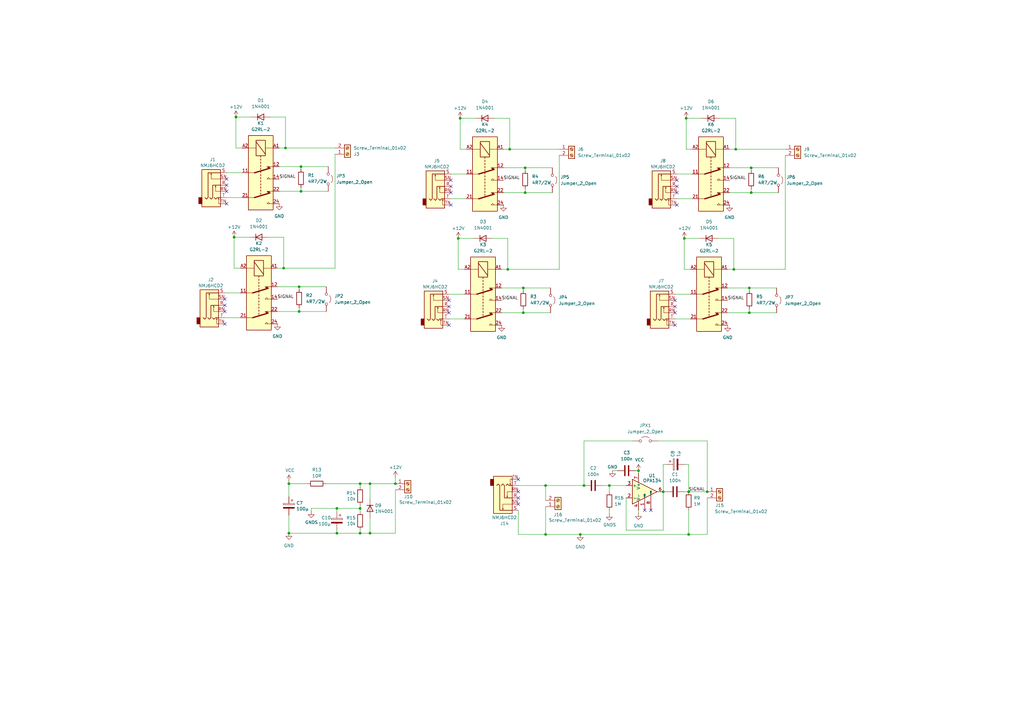
<source format=kicad_sch>
(kicad_sch (version 20250114) (generator "eeschema") (generator_version "9.0")
  (paper "A3")
  (title_block (title "Amp Switcher - 6-way Relay Array") (date "2025-03-12") (rev "1.0") (comment 3 "SPDX-FileCopyrightText: 2025 Arnaud Ferraris <aferraris@debian.org>") (comment 4 "SPDX-License-Identifier: CERN-OHL-S-2.0+"))
  (lib_symbols
    (symbol "Amplifier_Operational:OPA134" (pin_names (offset 0.127))
      (property "Reference" "U" (at 1.27 6.35 0))
      (property "Value" "OPA134" (at 1.27 3.81 0))
      (symbol "OPA134_0_1"
        (polyline (pts (xy -5.08 5.08) (xy 5.08 0) (xy -5.08 -5.08) (xy -5.08 5.08)) (stroke (width 0.254)) (fill (type background)))
      )
      (symbol "OPA134_1_1"
        (pin input line (at -7.62 2.54 0) (length 2.54) (name "+") (number "3"))
        (pin input line (at -7.62 -2.54 0) (length 2.54) (name "-") (number "2"))
        (pin power_in line (at -2.54 7.62 270) (length 3.81) (name "V+") (number "7"))
        (pin power_in line (at -2.54 -7.62 90) (length 3.81) (name "V-") (number "4"))
        (pin no_connect line (at 0 2.54 270) (length 2.54) (hide yes) (name "NC") (number "5"))
        (pin input line (at 0 -7.62 90) (length 5.08) (name "VOS") (number "1"))
        (pin input line (at 2.54 -7.62 90) (length 6.35) (name "VOS") (number "8"))
        (pin output line (at 7.62 0 180) (length 2.54) (name "~") (number "6"))
      )
    )
    (symbol "Connector:Screw_Terminal_01x02" (pin_names (offset 1.016) (hide yes))
      (property "Reference" "J" (at 0 2.54 0))
      (property "Value" "Screw_Terminal_01x02" (at 0 -5.08 0))
      (symbol "Screw_Terminal_01x02_1_1"
        (rectangle (start -1.27 1.27) (end 1.27 -3.81) (stroke (width 0.254)) (fill (type background)))
        (polyline (pts (xy -0.5334 0.3302) (xy 0.3302 -0.508)) (stroke (width 0.1524)))
        (polyline (pts (xy -0.5334 -2.2098) (xy 0.3302 -3.048)) (stroke (width 0.1524)))
        (polyline (pts (xy -0.3556 0.508) (xy 0.508 -0.3302)) (stroke (width 0.1524)))
        (polyline (pts (xy -0.3556 -2.032) (xy 0.508 -2.8702)) (stroke (width 0.1524)))
        (circle (center 0 0) (radius 0.635) (stroke (width 0.1524)))
        (circle (center 0 -2.54) (radius 0.635) (stroke (width 0.1524)))
        (pin passive line (at -5.08 0 0) (length 3.81) (name "Pin_1") (number "1"))
        (pin passive line (at -5.08 -2.54 0) (length 3.81) (name "Pin_2") (number "2"))
      )
    )
    (symbol "Connector_Audio:NMJ6HCD2"
      (property "Reference" "J" (at 0 11.43 0))
      (property "Value" "NMJ6HCD2" (at 0 8.89 0))
      (symbol "NMJ6HCD2_0_1"
        (rectangle (start -5.08 -5.08) (end -6.35 -7.62) (stroke (width 0.254)) (fill (type outline)))
        (polyline (pts (xy -1.905 -5.08) (xy -1.27 -5.715) (xy -0.635 -5.08) (xy -0.635 0) (xy 2.54 0)) (stroke (width 0.254)))
        (polyline (pts (xy -1.27 4.826) (xy -1.016 4.318)))
        (polyline (pts (xy 0 -5.08) (xy 0.635 -5.715) (xy 1.27 -5.08) (xy 2.54 -5.08)) (stroke (width 0.254)))
        (polyline (pts (xy 0.508 -0.254) (xy 0.762 -0.762)))
        (polyline (pts (xy 1.778 -5.334) (xy 2.032 -5.842)))
        (rectangle (start 2.54 6.35) (end -5.08 -8.89) (stroke (width 0.254)) (fill (type background)))
        (polyline (pts (xy 2.54 5.08) (xy -2.54 5.08) (xy -2.54 -5.08) (xy -3.175 -5.715) (xy -3.81 -5.08)) (stroke (width 0.254)))
        (polyline (pts (xy 2.54 2.54) (xy -1.27 2.54) (xy -1.27 4.826) (xy -1.524 4.318)))
        (polyline (pts (xy 2.54 -2.54) (xy 0.508 -2.54) (xy 0.508 -0.254) (xy 0.254 -0.762)))
        (polyline (pts (xy 2.54 -7.62) (xy 1.778 -7.62) (xy 1.778 -5.334) (xy 1.524 -5.842)))
      )
      (symbol "NMJ6HCD2_1_1"
        (pin passive line (at 5.08 5.08 180) (length 2.54) (name "~") (number "S"))
        (pin passive line (at 5.08 2.54 180) (length 2.54) (name "~") (number "SN"))
        (pin passive line (at 5.08 0 180) (length 2.54) (name "~") (number "R"))
        (pin passive line (at 5.08 -2.54 180) (length 2.54) (name "~") (number "RN"))
        (pin passive line (at 5.08 -5.08 180) (length 2.54) (name "~") (number "T"))
        (pin passive line (at 5.08 -7.62 180) (length 2.54) (name "~") (number "TN"))
      )
    )
    (symbol "Device:C" (pin_numbers (hide yes)) (pin_names (offset 0.254))
      (property "Reference" "C" (at 0.635 2.54 0))
      (property "Value" "C" (at 0.635 -2.54 0))
      (symbol "C_0_1"
        (polyline (pts (xy -2.032 0.762) (xy 2.032 0.762)) (stroke (width 0.508)))
        (polyline (pts (xy -2.032 -0.762) (xy 2.032 -0.762)) (stroke (width 0.508)))
      )
      (symbol "C_1_1"
        (pin passive line (at 0 3.81 270) (length 2.794) (name "~") (number "1"))
        (pin passive line (at 0 -3.81 90) (length 2.794) (name "~") (number "2"))
      )
    )
    (symbol "Device:CP" (pin_numbers (hide yes)) (pin_names (offset 0.254))
      (property "Reference" "C" (at 0.635 2.54 0))
      (property "Value" "Device_CP" (at 0.635 -2.54 0))
      (symbol "CP_0_1"
        (rectangle (start -2.286 0.508) (end -2.286 1.016))
        (rectangle (start -2.286 0.508) (end 2.286 0.508))
        (polyline (pts (xy -1.778 2.286) (xy -0.762 2.286)))
        (polyline (pts (xy -1.27 2.794) (xy -1.27 1.778)))
        (rectangle (start 2.286 1.016) (end -2.286 1.016))
        (rectangle (start 2.286 1.016) (end 2.286 0.508))
        (rectangle (start 2.286 -0.508) (end -2.286 -1.016) (fill (type outline)))
      )
      (symbol "CP_1_1"
        (pin passive line (at 0 3.81 270) (length 2.794) (name "~") (number "1"))
        (pin passive line (at 0 -3.81 90) (length 2.794) (name "~") (number "2"))
      )
    )
    (symbol "Device:D" (pin_numbers (hide yes)) (pin_names (offset 1.016) (hide yes))
      (property "Reference" "D" (at 0 2.54 0))
      (property "Value" "D" (at 0 -2.54 0))
      (symbol "D_0_1"
        (polyline (pts (xy -1.27 1.27) (xy -1.27 -1.27)) (stroke (width 0.254)))
        (polyline (pts (xy 1.27 1.27) (xy 1.27 -1.27) (xy -1.27 0) (xy 1.27 1.27)) (stroke (width 0.254)))
        (polyline (pts (xy 1.27 0) (xy -1.27 0)))
      )
      (symbol "D_1_1"
        (pin passive line (at -3.81 0 0) (length 2.54) (name "K") (number "1"))
        (pin passive line (at 3.81 0 180) (length 2.54) (name "A") (number "2"))
      )
    )
    (symbol "Device:R" (pin_numbers (hide yes)) (pin_names (offset 0))
      (property "Reference" "R" (at 2.032 0 90))
      (property "Value" "R" (at 0 0 90))
      (symbol "R_0_1"
        (rectangle (start -1.016 -2.54) (end 1.016 2.54) (stroke (width 0.254)))
      )
      (symbol "R_1_1"
        (pin passive line (at 0 3.81 270) (length 1.27) (name "~") (number "1"))
        (pin passive line (at 0 -3.81 90) (length 1.27) (name "~") (number "2"))
      )
    )
    (symbol "Jumper:Jumper_2_Open" (pin_numbers (hide yes)) (pin_names (offset 0) (hide yes)) (exclude_from_sim yes)
      (property "Reference" "JP" (at 0 2.794 0))
      (property "Value" "Jumper_2_Open" (at 0 -2.286 0))
      (symbol "Jumper_2_Open_0_0"
        (circle (center -2.032 0) (radius 0.508))
        (circle (center 2.032 0) (radius 0.508))
      )
      (symbol "Jumper_2_Open_0_1"
        (arc (start -1.524 1.27) (mid 0 1.778) (end 1.524 1.27))
      )
      (symbol "Jumper_2_Open_1_1"
        (pin passive line (at -5.08 0 0) (length 2.54) (name "A") (number "1"))
        (pin passive line (at 5.08 0 180) (length 2.54) (name "B") (number "2"))
      )
    )
    (symbol "Relay:G2RL-2"
      (property "Reference" "K" (at 16.51 3.81 0))
      (property "Value" "G2RL-2" (at 16.51 1.27 0))
      (symbol "G2RL-2_0_1"
        (rectangle (start -15.24 5.08) (end 15.24 -5.08) (stroke (width 0.254)) (fill (type background)))
        (rectangle (start -13.335 1.905) (end -6.985 -1.905) (stroke (width 0.254)))
        (polyline (pts (xy -12.7 -1.905) (xy -7.62 1.905)) (stroke (width 0.254)))
        (polyline (pts (xy -10.16 5.08) (xy -10.16 1.905)))
        (polyline (pts (xy -10.16 -5.08) (xy -10.16 -1.905)))
        (polyline (pts (xy -6.985 0) (xy -6.35 0)) (stroke (width 0.254)))
        (polyline (pts (xy -5.715 0) (xy -5.08 0)) (stroke (width 0.254)))
        (polyline (pts (xy -4.445 0) (xy -3.81 0)) (stroke (width 0.254)))
        (polyline (pts (xy -3.175 0) (xy -2.54 0)) (stroke (width 0.254)))
        (polyline (pts (xy -2.54 5.08) (xy -2.54 2.54) (xy -1.905 3.175) (xy -2.54 3.81)) (fill (type outline)))
        (polyline (pts (xy -1.905 0) (xy -1.27 0)) (stroke (width 0.254)))
        (polyline (pts (xy -0.635 0) (xy 0 0)) (stroke (width 0.254)))
        (polyline (pts (xy 0 -2.54) (xy -1.905 3.81)) (stroke (width 0.508)))
        (polyline (pts (xy 0 -2.54) (xy 0 -5.08)))
        (polyline (pts (xy 0.635 0) (xy 1.27 0)) (stroke (width 0.254)))
        (polyline (pts (xy 1.905 0) (xy 2.54 0)) (stroke (width 0.254)))
        (polyline (pts (xy 2.54 5.08) (xy 2.54 2.54) (xy 1.905 3.175) (xy 2.54 3.81)))
        (polyline (pts (xy 3.175 0) (xy 3.81 0)) (stroke (width 0.254)))
        (polyline (pts (xy 4.445 0) (xy 5.08 0)) (stroke (width 0.254)))
        (polyline (pts (xy 5.715 0) (xy 6.35 0)) (stroke (width 0.254)))
        (polyline (pts (xy 6.985 0) (xy 7.62 0)) (stroke (width 0.254)))
        (polyline (pts (xy 7.62 5.08) (xy 7.62 2.54) (xy 8.255 3.175) (xy 7.62 3.81)) (fill (type outline)))
        (polyline (pts (xy 8.255 0) (xy 8.89 0)) (stroke (width 0.254)))
        (polyline (pts (xy 10.16 -2.54) (xy 8.255 3.81)) (stroke (width 0.508)))
        (polyline (pts (xy 10.16 -2.54) (xy 10.16 -5.08)))
        (polyline (pts (xy 12.7 5.08) (xy 12.7 2.54) (xy 12.065 3.175) (xy 12.7 3.81)))
      )
      (symbol "G2RL-2_1_1"
        (pin passive line (at -10.16 7.62 270) (length 2.54) (name "~") (number "A1"))
        (pin passive line (at -10.16 -7.62 90) (length 2.54) (name "~") (number "A2"))
        (pin passive line (at -2.54 7.62 270) (length 2.54) (name "~") (number "12"))
        (pin passive line (at 0 -7.62 90) (length 2.54) (name "~") (number "11"))
        (pin passive line (at 2.54 7.62 270) (length 2.54) (name "~") (number "14"))
        (pin passive line (at 7.62 7.62 270) (length 2.54) (name "~") (number "22"))
        (pin passive line (at 10.16 -7.62 90) (length 2.54) (name "~") (number "21"))
        (pin passive line (at 12.7 7.62 270) (length 2.54) (name "~") (number "24"))
      )
    )
    (symbol "power:+12V" (power) (pin_numbers (hide yes)) (pin_names (offset 0) (hide yes))
      (property "Value" "+12V" (at 0 3.556 0))
      (symbol "+12V_0_1"
        (polyline (pts (xy -0.762 1.27) (xy 0 2.54)))
        (polyline (pts (xy 0 2.54) (xy 0.762 1.27)))
        (polyline (pts (xy 0 0) (xy 0 2.54)))
      )
      (symbol "+12V_1_1"
        (pin power_in line (at 0 0 90) (length 0) (name "~") (number "1"))
      )
    )
    (symbol "power:GND" (power) (pin_numbers (hide yes)) (pin_names (offset 0) (hide yes))
      (property "Value" "GND" (at 0 -3.81 0))
      (symbol "GND_0_1"
        (polyline (pts (xy 0 0) (xy 0 -1.27) (xy 1.27 -1.27) (xy 0 -2.54) (xy -1.27 -1.27) (xy 0 -1.27)))
      )
      (symbol "GND_1_1"
        (pin power_in line (at 0 0 270) (length 0) (name "~") (number "1"))
      )
    )
    (symbol "power:GNDS" (power) (pin_numbers (hide yes)) (pin_names (offset 0) (hide yes))
      (property "Value" "GNDS" (at 0 -3.81 0))
      (symbol "GNDS_0_1"
        (polyline (pts (xy 0 0) (xy 0 -1.27) (xy 1.27 -1.27) (xy 0 -2.54) (xy -1.27 -1.27) (xy 0 -1.27)))
      )
      (symbol "GNDS_1_1"
        (pin power_in line (at 0 0 270) (length 0) (name "~") (number "1"))
      )
    )
    (symbol "power:VCC" (power) (pin_numbers (hide yes)) (pin_names (offset 0) (hide yes))
      (property "Value" "VCC" (at 0 3.556 0))
      (symbol "VCC_0_1"
        (polyline (pts (xy -0.762 1.27) (xy 0 2.54)))
        (polyline (pts (xy 0 2.54) (xy 0.762 1.27)))
        (polyline (pts (xy 0 0) (xy 0 2.54)))
      )
      (symbol "VCC_1_1"
        (pin power_in line (at 0 0 90) (length 0) (name "~") (number "1"))
      )
    )
  )
  (junction (at 187.96 97.79))
  (junction (at 261.874 193.04))
  (junction (at 162.179 198.374))
  (junction (at 96.774 48.006))
  (junction (at 116.332 109.982))
  (junction (at 215.392 68.834))
  (junction (at 239.522 199.136))
  (junction (at 122.682 127.762))
  (junction (at 151.765 218.694))
  (junction (at 96.012 97.282))
  (junction (at 249.936 199.136))
  (junction (at 290.068 201.676))
  (junction (at 307.34 118.11))
  (junction (at 214.63 128.27))
  (junction (at 223.774 199.136))
  (junction (at 282.448 219.202))
  (junction (at 188.722 48.514))
  (junction (at 208.28 110.49))
  (junction (at 122.682 117.602))
  (junction (at 151.765 198.374))
  (junction (at 117.094 60.706))
  (junction (at 147.701 218.694))
  (junction (at 214.63 118.11))
  (junction (at 280.67 97.79))
  (junction (at 281.432 48.514))
  (junction (at 138.176 208.534))
  (junction (at 223.774 219.202))
  (junction (at 282.448 201.676))
  (junction (at 118.491 198.374))
  (junction (at 237.998 219.202))
  (junction (at 123.444 78.486))
  (junction (at 215.392 78.994))
  (junction (at 272.034 201.676))
  (junction (at 308.102 78.994))
  (junction (at 138.176 218.694))
  (junction (at 301.752 61.214))
  (junction (at 300.99 110.49))
  (junction (at 123.444 68.326))
  (junction (at 118.491 218.694))
  (junction (at 307.34 128.27))
  (junction (at 147.701 208.534))
  (junction (at 308.102 68.834))
  (junction (at 147.701 198.374))
  (junction (at 209.042 61.214))
  (no_connect (at 184.912 73.914))
  (no_connect (at 92.202 132.842))
  (no_connect (at 212.598 196.596))
  (no_connect (at 92.202 125.222))
  (no_connect (at 92.964 73.406))
  (no_connect (at 276.86 128.27))
  (no_connect (at 184.15 128.27))
  (no_connect (at 212.598 204.216))
  (no_connect (at 184.15 125.73))
  (no_connect (at 277.622 78.994))
  (no_connect (at 184.912 78.994))
  (no_connect (at 184.912 84.074))
  (no_connect (at 276.86 125.73))
  (no_connect (at 266.954 209.296))
  (no_connect (at 277.622 76.454))
  (no_connect (at 92.964 75.946))
  (no_connect (at 92.202 122.682))
  (no_connect (at 92.202 127.762))
  (no_connect (at 184.912 76.454))
  (no_connect (at 92.964 83.566))
  (no_connect (at 276.86 133.35))
  (no_connect (at 184.15 133.35))
  (no_connect (at 276.86 123.19))
  (no_connect (at 264.414 209.296))
  (no_connect (at 212.598 201.676))
  (no_connect (at 277.622 73.914))
  (no_connect (at 277.622 84.074))
  (no_connect (at 92.964 78.486))
  (no_connect (at 212.598 206.756))
  (no_connect (at 184.15 123.19))
  (wire (pts (xy 209.042 61.214) (xy 206.502 61.214)))
  (wire (pts (xy 272.034 217.424) (xy 256.794 217.424)))
  (wire (pts (xy 151.765 218.694) (xy 162.179 218.694)))
  (wire (pts (xy 223.774 207.772) (xy 223.774 219.202)))
  (wire (pts (xy 137.414 63.246) (xy 137.414 109.982)))
  (wire (pts (xy 276.86 120.65) (xy 283.21 120.65)))
  (wire (pts (xy 237.998 219.202) (xy 282.448 219.202)))
  (wire (pts (xy 276.86 130.81) (xy 283.21 130.81)))
  (wire (pts (xy 272.034 201.676) (xy 272.034 217.424)))
  (wire (pts (xy 281.432 48.514) (xy 287.782 48.514)))
  (wire (pts (xy 282.448 219.202) (xy 282.448 209.296)))
  (wire (pts (xy 92.202 130.302) (xy 98.552 130.302)))
  (wire (pts (xy 206.502 78.994) (xy 215.392 78.994)))
  (wire (pts (xy 114.554 68.326) (xy 123.444 68.326)))
  (wire (pts (xy 151.765 198.374) (xy 162.179 198.374)))
  (wire (pts (xy 237.998 219.202) (xy 223.774 219.202)))
  (wire (pts (xy 280.67 97.79) (xy 280.67 110.49)))
  (wire (pts (xy 147.701 209.804) (xy 147.701 208.534)))
  (wire (pts (xy 214.63 118.11) (xy 214.63 119.126)))
  (wire (pts (xy 307.34 118.11) (xy 307.34 119.126)))
  (wire (pts (xy 212.598 199.136) (xy 223.774 199.136)))
  (wire (pts (xy 187.96 97.79) (xy 194.31 97.79)))
  (wire (pts (xy 223.774 199.136) (xy 239.522 199.136)))
  (wire (pts (xy 96.774 48.006) (xy 103.124 48.006)))
  (wire (pts (xy 290.068 219.202) (xy 282.448 219.202)))
  (wire (pts (xy 251.206 193.04) (xy 253.238 193.04)))
  (wire (pts (xy 209.042 61.214) (xy 229.362 61.214)))
  (wire (pts (xy 96.774 48.006) (xy 96.774 60.706)))
  (wire (pts (xy 290.068 180.848) (xy 269.748 180.848)))
  (wire (pts (xy 300.99 110.49) (xy 322.072 110.49)))
  (wire (pts (xy 280.924 190.5) (xy 282.448 190.5)))
  (wire (pts (xy 202.692 48.514) (xy 209.042 48.514)))
  (wire (pts (xy 122.682 126.238) (xy 122.682 127.762)))
  (wire (pts (xy 214.63 128.27) (xy 225.806 128.27)))
  (wire (pts (xy 138.176 218.694) (xy 147.701 218.694)))
  (wire (pts (xy 282.448 190.5) (xy 282.448 201.676)))
  (wire (pts (xy 92.964 70.866) (xy 99.314 70.866)))
  (wire (pts (xy 299.212 68.834) (xy 308.102 68.834)))
  (wire (pts (xy 188.722 48.514) (xy 188.722 61.214)))
  (wire (pts (xy 184.15 120.65) (xy 190.5 120.65)))
  (wire (pts (xy 184.912 81.534) (xy 191.262 81.534)))
  (wire (pts (xy 184.912 71.374) (xy 191.262 71.374)))
  (wire (pts (xy 300.99 97.79) (xy 300.99 110.49)))
  (wire (pts (xy 301.752 61.214) (xy 322.072 61.214)))
  (wire (pts (xy 249.936 199.136) (xy 249.936 201.676)))
  (wire (pts (xy 123.444 68.326) (xy 123.444 69.342)))
  (wire (pts (xy 96.012 97.282) (xy 102.362 97.282)))
  (wire (pts (xy 212.598 219.202) (xy 212.598 209.296)))
  (wire (pts (xy 249.936 209.296) (xy 249.936 210.82)))
  (wire (pts (xy 301.752 61.214) (xy 299.212 61.214)))
  (wire (pts (xy 229.362 63.754) (xy 229.362 110.49)))
  (wire (pts (xy 118.491 218.694) (xy 138.176 218.694)))
  (wire (pts (xy 215.392 68.834) (xy 215.392 69.85)))
  (wire (pts (xy 147.701 208.534) (xy 138.176 208.534)))
  (wire (pts (xy 114.554 78.486) (xy 123.444 78.486)))
  (wire (pts (xy 281.432 48.514) (xy 281.432 61.214)))
  (wire (pts (xy 295.402 48.514) (xy 301.752 48.514)))
  (wire (pts (xy 147.701 198.374) (xy 133.731 198.374)))
  (wire (pts (xy 151.765 204.724) (xy 151.765 198.374)))
  (wire (pts (xy 147.701 199.644) (xy 147.701 198.374)))
  (wire (pts (xy 307.34 128.27) (xy 318.516 128.27)))
  (wire (pts (xy 113.792 117.602) (xy 122.682 117.602)))
  (wire (pts (xy 206.502 68.834) (xy 215.392 68.834)))
  (wire (pts (xy 122.682 117.602) (xy 122.682 118.618)))
  (wire (pts (xy 298.45 128.27) (xy 307.34 128.27)))
  (wire (pts (xy 138.176 217.424) (xy 138.176 218.694)))
  (wire (pts (xy 208.28 110.49) (xy 205.74 110.49)))
  (wire (pts (xy 126.111 198.374) (xy 118.491 198.374)))
  (wire (pts (xy 127.635 208.534) (xy 138.176 208.534)))
  (wire (pts (xy 260.858 193.04) (xy 261.874 193.04)))
  (wire (pts (xy 188.722 61.214) (xy 191.262 61.214)))
  (wire (pts (xy 280.67 201.676) (xy 282.448 201.676)))
  (wire (pts (xy 272.034 201.676) (xy 273.05 201.676)))
  (wire (pts (xy 209.042 48.514) (xy 209.042 61.214)))
  (wire (pts (xy 113.792 127.762) (xy 122.682 127.762)))
  (wire (pts (xy 301.752 48.514) (xy 301.752 61.214)))
  (wire (pts (xy 118.491 198.374) (xy 118.491 203.708)))
  (wire (pts (xy 162.179 200.914) (xy 162.179 218.694)))
  (wire (pts (xy 272.034 201.676) (xy 272.034 190.5)))
  (wire (pts (xy 118.491 198.374) (xy 118.491 197.358)))
  (wire (pts (xy 281.432 61.214) (xy 283.972 61.214)))
  (wire (pts (xy 322.072 63.754) (xy 322.072 110.49)))
  (wire (pts (xy 187.96 110.49) (xy 190.5 110.49)))
  (wire (pts (xy 214.63 118.11) (xy 225.806 118.11)))
  (wire (pts (xy 290.068 201.676) (xy 290.068 180.848)))
  (wire (pts (xy 96.012 97.282) (xy 96.012 109.982)))
  (wire (pts (xy 261.874 193.04) (xy 261.874 194.056)))
  (wire (pts (xy 147.701 198.374) (xy 151.765 198.374)))
  (wire (pts (xy 117.094 60.706) (xy 114.554 60.706)))
  (wire (pts (xy 147.701 217.424) (xy 147.701 218.694)))
  (wire (pts (xy 280.67 97.79) (xy 287.02 97.79)))
  (wire (pts (xy 122.682 127.762) (xy 133.858 127.762)))
  (wire (pts (xy 118.491 218.694) (xy 118.491 211.328)))
  (wire (pts (xy 162.179 195.834) (xy 162.179 198.374)))
  (wire (pts (xy 201.93 97.79) (xy 208.28 97.79)))
  (wire (pts (xy 239.522 180.848) (xy 259.588 180.848)))
  (wire (pts (xy 308.102 68.834) (xy 319.278 68.834)))
  (wire (pts (xy 256.794 217.424) (xy 256.794 204.216)))
  (wire (pts (xy 123.444 78.486) (xy 134.62 78.486)))
  (wire (pts (xy 92.964 81.026) (xy 99.314 81.026)))
  (wire (pts (xy 298.45 118.11) (xy 307.34 118.11)))
  (wire (pts (xy 272.034 190.5) (xy 273.304 190.5)))
  (wire (pts (xy 116.332 109.982) (xy 137.414 109.982)))
  (wire (pts (xy 215.392 78.994) (xy 226.568 78.994)))
  (wire (pts (xy 184.15 130.81) (xy 190.5 130.81)))
  (wire (pts (xy 223.774 219.202) (xy 212.598 219.202)))
  (wire (pts (xy 187.96 97.79) (xy 187.96 110.49)))
  (wire (pts (xy 123.444 76.962) (xy 123.444 78.486)))
  (wire (pts (xy 294.64 97.79) (xy 300.99 97.79)))
  (wire (pts (xy 223.774 199.136) (xy 223.774 205.232)))
  (wire (pts (xy 247.142 199.136) (xy 249.936 199.136)))
  (wire (pts (xy 208.28 110.49) (xy 229.362 110.49)))
  (wire (pts (xy 117.094 60.706) (xy 137.414 60.706)))
  (wire (pts (xy 277.622 81.534) (xy 283.972 81.534)))
  (wire (pts (xy 299.212 78.994) (xy 308.102 78.994)))
  (wire (pts (xy 96.012 109.982) (xy 98.552 109.982)))
  (wire (pts (xy 116.332 97.282) (xy 116.332 109.982)))
  (wire (pts (xy 96.774 60.706) (xy 99.314 60.706)))
  (wire (pts (xy 138.176 208.534) (xy 138.176 209.804)))
  (wire (pts (xy 307.34 118.11) (xy 318.516 118.11)))
  (wire (pts (xy 282.448 201.676) (xy 290.068 201.676)))
  (wire (pts (xy 92.202 120.142) (xy 98.552 120.142)))
  (wire (pts (xy 300.99 110.49) (xy 298.45 110.49)))
  (wire (pts (xy 109.982 97.282) (xy 116.332 97.282)))
  (wire (pts (xy 290.068 204.216) (xy 290.068 219.202)))
  (wire (pts (xy 123.444 68.326) (xy 134.62 68.326)))
  (wire (pts (xy 215.392 77.47) (xy 215.392 78.994)))
  (wire (pts (xy 127.635 209.804) (xy 127.635 208.534)))
  (wire (pts (xy 117.094 48.006) (xy 117.094 60.706)))
  (wire (pts (xy 307.34 126.746) (xy 307.34 128.27)))
  (wire (pts (xy 249.936 199.136) (xy 256.794 199.136)))
  (wire (pts (xy 214.63 126.746) (xy 214.63 128.27)))
  (wire (pts (xy 215.392 68.834) (xy 226.568 68.834)))
  (wire (pts (xy 205.74 128.27) (xy 214.63 128.27)))
  (wire (pts (xy 308.102 77.47) (xy 308.102 78.994)))
  (wire (pts (xy 188.722 48.514) (xy 195.072 48.514)))
  (wire (pts (xy 308.102 78.994) (xy 319.278 78.994)))
  (wire (pts (xy 280.67 110.49) (xy 283.21 110.49)))
  (wire (pts (xy 277.622 71.374) (xy 283.972 71.374)))
  (wire (pts (xy 205.74 118.11) (xy 214.63 118.11)))
  (wire (pts (xy 122.682 117.602) (xy 133.858 117.602)))
  (wire (pts (xy 239.522 180.848) (xy 239.522 199.136)))
  (wire (pts (xy 261.874 209.296) (xy 261.874 210.566)))
  (wire (pts (xy 151.765 212.344) (xy 151.765 218.694)))
  (wire (pts (xy 208.28 97.79) (xy 208.28 110.49)))
  (wire (pts (xy 116.332 109.982) (xy 113.792 109.982)))
  (wire (pts (xy 147.701 208.534) (xy 147.701 207.264)))
  (wire (pts (xy 110.744 48.006) (xy 117.094 48.006)))
  (wire (pts (xy 147.701 218.694) (xy 151.765 218.694)))
  (wire (pts (xy 308.102 68.834) (xy 308.102 69.85)))
  (label "SIGNAL" (at 205.74 123.19 0))
  (label "SIGNAL" (at 113.792 122.682 0))
  (label "SIGNAL" (at 299.212 73.914 0))
  (label "SIGNAL" (at 282.448 201.676 0))
  (label "SIGNAL" (at 298.45 123.19 0))
  (label "SIGNAL" (at 206.502 73.914 0))
  (label "SIGNAL" (at 114.554 73.406 0))
  (symbol (lib_id "Device:CP") (at 138.176 213.614 0) (mirror y) (unit 1)
    (property "Reference" "C10" (at 131.826 212.344 0) (effects (justify right)))
    (property "Value" "100µ" (at 130.556 214.884 0) (effects (justify right)))
    (property "Footprint" "Capacitor_THT:CP_Radial_D5.0mm_P2.00mm" (effects (hide yes)))
    (property "MFR" "Nichicon" (effects (hide yes)))
    (property "MPN" "FW" (effects (hide yes)))
    (property "SPR" "Musikding" (effects (hide yes)))
    (property "SPN" "1547" (effects (hide yes)))
    (property "SPURL" "-" (effects (hide yes)))
  )
  (symbol (lib_id "Device:CP") (at 118.491 207.518 0) (mirror y) (unit 1)
    (property "Reference" "C7" (at 121.5136 206.3242 0) (effects (justify right)))
    (property "Value" "100µ" (at 121.5136 208.6864 0) (effects (justify right)))
    (property "Footprint" "Capacitor_THT:CP_Radial_D5.0mm_P2.00mm" (effects (hide yes)))
    (property "MFR" "-" (effects (hide yes)))
    (property "MPN" "-" (effects (hide yes)))
    (property "SPR" "Musikding" (effects (hide yes)))
    (property "SPN" "elko1000u16" (effects (hide yes)))
    (property "SPURL" "-" (effects (hide yes)))
  )
  (symbol (lib_id "power:VCC") (at 118.491 197.358 0) (unit 1)
    (property "Reference" "#PWR04" (effects (hide yes)))
    (property "Value" "VCC" (at 118.9228 192.913 0))
  )
  (symbol (lib_id "power:GNDS") (at 249.936 210.82 0) (unit 1)
    (property "Reference" "#PWR017" (effects (hide yes)))
    (property "Value" "GNDS" (at 250.063 215.265 0))
  )
  (symbol (lib_id "power:GND") (at 261.874 210.566 0) (unit 1)
    (property "Reference" "#PWR016" (effects (hide yes)))
    (property "Value" "GND" (at 261.874 215.646 0))
    (property "Description" "Power symbol creates a global label with name \"GND\" , ground" (effects (hide yes)))
  )
  (symbol (lib_id "Device:R") (at 123.444 73.152 180) (unit 1)
    (property "Reference" "R1" (at 126.238 71.8819 0) (effects (justify right)))
    (property "Value" "4R7/2W" (at 126.238 74.4219 0) (effects (justify right)))
    (property "Footprint" "Resistor_THT:R_Axial_DIN0414_L11.9mm_D4.5mm_P15.24mm_Horizontal" (effects (hide yes)))
    (property "Description" "Resistor" (effects (hide yes)))
  )
  (symbol (lib_id "Relay:G2RL-2") (at 106.172 120.142 270) (unit 1)
    (property "Reference" "K2" (at 106.172 99.822 90))
    (property "Value" "G2RL-2" (at 106.172 102.362 90))
    (property "Footprint" "Relay_THT:Relay_DPDT_Omron_G2RL-2" (effects (hide yes)))
    (property "Datasheet" "https://omronfs.omron.com/en_US/ecb/products/pdf/en-g2rl.pdf" (effects (hide yes)))
    (property "Description" "General Purpose Low Profile Relay DPDT Through Hole, Omron G2RL series, 8A 250VAC" (effects (hide yes)))
  )
  (symbol (lib_id "power:GND") (at 205.74 133.35 0) (unit 1)
    (property "Reference" "#PWR020" (effects (hide yes)))
    (property "Value" "GND" (at 205.74 138.43 0))
    (property "Description" "Power symbol creates a global label with name \"GND\" , ground" (effects (hide yes)))
  )
  (symbol (lib_id "Jumper:Jumper_2_Open") (at 133.858 122.682 270) (unit 1)
    (property "Reference" "JP2" (at 137.16 121.4119 90) (effects (justify left)))
    (property "Value" "Jumper_2_Open" (at 137.16 123.9519 90) (effects (justify left)))
    (property "Footprint" "Jumper:SolderJumper-2_P1.3mm_Open_RoundedPad1.0x1.5mm" (effects (hide yes)))
    (property "Description" "Jumper, 2-pole, open" (effects (hide yes)))
  )
  (symbol (lib_id "Device:D") (at 198.882 48.514 0) (unit 1)
    (property "Reference" "D4" (at 198.882 41.656 0))
    (property "Value" "1N4001" (at 198.882 44.196 0))
    (property "Footprint" "Diode_THT:D_DO-41_SOD81_P7.62mm_Horizontal" (effects (hide yes)))
    (property "Description" "Diode" (effects (hide yes)))
    (property "Sim.Device" "D" (effects (hide yes)))
    (property "Sim.Pins" "1=K 2=A" (effects (hide yes)))
  )
  (symbol (lib_id "Device:R") (at 308.102 73.66 180) (unit 1)
    (property "Reference" "R6" (at 310.896 72.3899 0) (effects (justify right)))
    (property "Value" "4R7/2W" (at 310.896 74.9299 0) (effects (justify right)))
    (property "Footprint" "Resistor_THT:R_Axial_DIN0414_L11.9mm_D4.5mm_P15.24mm_Horizontal" (effects (hide yes)))
    (property "Description" "Resistor" (effects (hide yes)))
  )
  (symbol (lib_id "Device:D") (at 291.592 48.514 0) (unit 1)
    (property "Reference" "D6" (at 291.592 41.656 0))
    (property "Value" "1N4001" (at 291.592 44.196 0))
    (property "Footprint" "Diode_THT:D_DO-41_SOD81_P7.62mm_Horizontal" (effects (hide yes)))
    (property "Description" "Diode" (effects (hide yes)))
    (property "Sim.Device" "D" (effects (hide yes)))
    (property "Sim.Pins" "1=K 2=A" (effects (hide yes)))
  )
  (symbol (lib_id "Device:R") (at 122.682 122.428 180) (unit 1)
    (property "Reference" "R2" (at 125.476 121.1579 0) (effects (justify right)))
    (property "Value" "4R7/2W" (at 125.476 123.6979 0) (effects (justify right)))
    (property "Footprint" "Resistor_THT:R_Axial_DIN0414_L11.9mm_D4.5mm_P15.24mm_Horizontal" (effects (hide yes)))
    (property "Description" "Resistor" (effects (hide yes)))
  )
  (symbol (lib_id "power:GND") (at 237.998 219.202 0) (unit 1)
    (property "Reference" "#PWR02" (effects (hide yes)))
    (property "Value" "GND" (at 237.998 224.282 0))
    (property "Description" "Power symbol creates a global label with name \"GND\" , ground" (effects (hide yes)))
  )
  (symbol (lib_id "Relay:G2RL-2") (at 106.934 70.866 270) (unit 1)
    (property "Reference" "K1" (at 106.934 50.546 90))
    (property "Value" "G2RL-2" (at 106.934 53.086 90))
    (property "Footprint" "Relay_THT:Relay_DPDT_Omron_G2RL-2" (effects (hide yes)))
    (property "Datasheet" "https://omronfs.omron.com/en_US/ecb/products/pdf/en-g2rl.pdf" (effects (hide yes)))
    (property "Description" "General Purpose Low Profile Relay DPDT Through Hole, Omron G2RL series, 8A 250VAC" (effects (hide yes)))
  )
  (symbol (lib_id "power:+12V") (at 162.179 195.834 0) (unit 1)
    (property "Reference" "#PWR012" (effects (hide yes)))
    (property "Value" "+12V" (at 162.179 191.7009 0))
    (property "Description" "Power symbol creates a global label with name \"+12V\"" (effects (hide yes)))
  )
  (symbol (lib_id "Jumper:Jumper_2_Open") (at 134.62 73.406 270) (unit 1)
    (property "Reference" "JP3" (at 137.922 72.1359 90) (effects (justify left)))
    (property "Value" "Jumper_2_Open" (at 137.922 74.6759 90) (effects (justify left)))
    (property "Footprint" "Jumper:SolderJumper-2_P1.3mm_Open_RoundedPad1.0x1.5mm" (effects (hide yes)))
    (property "Description" "Jumper, 2-pole, open" (effects (hide yes)))
  )
  (symbol (lib_id "power:GND") (at 298.45 133.35 0) (unit 1)
    (property "Reference" "#PWR021" (effects (hide yes)))
    (property "Value" "GND" (at 298.45 138.43 0))
    (property "Description" "Power symbol creates a global label with name \"GND\" , ground" (effects (hide yes)))
  )
  (symbol (lib_id "power:+12V") (at 187.96 97.79 0) (unit 1)
    (property "Reference" "#PWR08" (effects (hide yes)))
    (property "Value" "+12V" (at 187.96 93.6569 0))
    (property "Description" "Power symbol creates a global label with name \"+12V\"" (effects (hide yes)))
  )
  (symbol (lib_id "Device:R") (at 282.448 205.486 180) (unit 1)
    (property "Reference" "R9" (at 284.48 204.2159 0) (effects (justify right)))
    (property "Value" "1M" (at 284.48 206.7559 0) (effects (justify right)))
    (property "Footprint" "Resistor_THT:R_Axial_DIN0207_L6.3mm_D2.5mm_P7.62mm_Horizontal" (effects (hide yes)))
    (property "Description" "Resistor" (effects (hide yes)))
  )
  (symbol (lib_id "power:VCC") (at 261.874 193.04 0) (unit 1)
    (property "Reference" "#PWR05" (effects (hide yes)))
    (property "Value" "VCC" (at 262.3058 188.595 0))
  )
  (symbol (lib_id "Relay:G2RL-2") (at 291.592 71.374 270) (unit 1)
    (property "Reference" "K6" (at 291.592 51.054 90))
    (property "Value" "G2RL-2" (at 291.592 53.594 90))
    (property "Footprint" "Relay_THT:Relay_DPDT_Omron_G2RL-2" (effects (hide yes)))
    (property "Datasheet" "https://omronfs.omron.com/en_US/ecb/products/pdf/en-g2rl.pdf" (effects (hide yes)))
    (property "Description" "General Purpose Low Profile Relay DPDT Through Hole, Omron G2RL series, 8A 250VAC" (effects (hide yes)))
  )
  (symbol (lib_id "Device:D") (at 290.83 97.79 0) (unit 1)
    (property "Reference" "D5" (at 290.83 90.932 0))
    (property "Value" "1N4001" (at 290.83 93.472 0))
    (property "Footprint" "Diode_THT:D_DO-41_SOD81_P7.62mm_Horizontal" (effects (hide yes)))
    (property "Description" "Diode" (effects (hide yes)))
    (property "Sim.Device" "D" (effects (hide yes)))
    (property "Sim.Pins" "1=K 2=A" (effects (hide yes)))
  )
  (symbol (lib_id "Device:R") (at 307.34 122.936 180) (unit 1)
    (property "Reference" "R5" (at 310.134 121.6659 0) (effects (justify right)))
    (property "Value" "4R7/2W" (at 310.134 124.2059 0) (effects (justify right)))
    (property "Footprint" "Resistor_THT:R_Axial_DIN0414_L11.9mm_D4.5mm_P15.24mm_Horizontal" (effects (hide yes)))
    (property "Description" "Resistor" (effects (hide yes)))
  )
  (symbol (lib_id "power:+12V") (at 188.722 48.514 0) (unit 1)
    (property "Reference" "#PWR09" (effects (hide yes)))
    (property "Value" "+12V" (at 188.722 44.3809 0))
    (property "Description" "Power symbol creates a global label with name \"+12V\"" (effects (hide yes)))
  )
  (symbol (lib_id "Jumper:Jumper_2_Open") (at 319.278 73.914 270) (unit 1)
    (property "Reference" "JP6" (at 322.58 72.6439 90) (effects (justify left)))
    (property "Value" "Jumper_2_Open" (at 322.58 75.1839 90) (effects (justify left)))
    (property "Footprint" "Jumper:SolderJumper-2_P1.3mm_Open_RoundedPad1.0x1.5mm" (effects (hide yes)))
    (property "Description" "Jumper, 2-pole, open" (effects (hide yes)))
  )
  (symbol (lib_id "Connector_Audio:NMJ6HCD2") (at 272.542 76.454 0) (unit 1)
    (property "Reference" "J8" (at 271.907 65.9595 0))
    (property "Value" "NMJ6HCD2" (at 271.907 68.3838 0))
    (property "Footprint" "Connector_Audio:Jack_6.35mm_Neutrik_NMJ6HCD2_Horizontal" (effects (hide yes)))
    (property "Datasheet" "https://www.neutrik.com/en/product/nmj6hcd2" (effects (hide yes)))
    (property "Description" "M Series, 6.35mm (1/4in) stereo jack, switched, with chrome ferrule and straight PCB pins" (effects (hide yes)))
  )
  (symbol (lib_id "Connector_Audio:NMJ6HCD2") (at 87.884 75.946 0) (unit 1)
    (property "Reference" "J1" (at 87.249 65.4515 0))
    (property "Value" "NMJ6HCD2" (at 87.249 67.8758 0))
    (property "Footprint" "Connector_Audio:Jack_6.35mm_Neutrik_NMJ6HCD2_Horizontal" (effects (hide yes)))
    (property "Datasheet" "https://www.neutrik.com/en/product/nmj6hcd2" (effects (hide yes)))
    (property "Description" "M Series, 6.35mm (1/4in) stereo jack, switched, with chrome ferrule and straight PCB pins" (effects (hide yes)))
  )
  (symbol (lib_id "power:GND") (at 114.554 83.566 0) (unit 1)
    (property "Reference" "#PWR019" (effects (hide yes)))
    (property "Value" "GND" (at 114.554 88.646 0))
    (property "Description" "Power symbol creates a global label with name \"GND\" , ground" (effects (hide yes)))
  )
  (symbol (lib_id "Device:R") (at 214.63 122.936 180) (unit 1)
    (property "Reference" "R3" (at 217.424 121.6659 0) (effects (justify right)))
    (property "Value" "4R7/2W" (at 217.424 124.2059 0) (effects (justify right)))
    (property "Footprint" "Resistor_THT:R_Axial_DIN0414_L11.9mm_D4.5mm_P15.24mm_Horizontal" (effects (hide yes)))
    (property "Description" "Resistor" (effects (hide yes)))
  )
  (symbol (lib_id "Device:R") (at 129.921 198.374 90) (unit 1)
    (property "Reference" "R13" (at 129.921 192.659 90))
    (property "Value" "10R" (at 129.921 195.199 90))
    (property "Footprint" "Resistor_THT:R_Axial_DIN0207_L6.3mm_D2.5mm_P7.62mm_Horizontal" (effects (hide yes)))
    (property "MFR" "-" (effects (hide yes)))
    (property "MPN" "-" (effects (hide yes)))
    (property "SPR" "Musikding" (effects (hide yes)))
    (property "SPN" "10Rmetall" (effects (hide yes)))
    (property "SPURL" "-" (effects (hide yes)))
  )
  (symbol (lib_id "Device:R") (at 147.701 203.454 0) (mirror y) (unit 1)
    (property "Reference" "R14" (at 145.923 202.2602 0) (effects (justify left)))
    (property "Value" "10k" (at 145.923 204.6224 0) (effects (justify left)))
    (property "Footprint" "Resistor_THT:R_Axial_DIN0207_L6.3mm_D2.5mm_P7.62mm_Horizontal" (effects (hide yes)))
    (property "MFR" "-" (effects (hide yes)))
    (property "MPN" "-" (effects (hide yes)))
    (property "SPR" "Musikding" (effects (hide yes)))
    (property "SPN" "10kmetall" (effects (hide yes)))
    (property "SPURL" "-" (effects (hide yes)))
  )
  (symbol (lib_id "Connector_Audio:NMJ6HCD2") (at 271.78 125.73 0) (unit 1)
    (property "Reference" "J7" (at 271.145 115.2355 0))
    (property "Value" "NMJ6HCD2" (at 271.145 117.6598 0))
    (property "Footprint" "Connector_Audio:Jack_6.35mm_Neutrik_NMJ6HCD2_Horizontal" (effects (hide yes)))
    (property "Datasheet" "https://www.neutrik.com/en/product/nmj6hcd2" (effects (hide yes)))
    (property "Description" "M Series, 6.35mm (1/4in) stereo jack, switched, with chrome ferrule and straight PCB pins" (effects (hide yes)))
  )
  (symbol (lib_id "Jumper:Jumper_2_Open") (at 318.516 123.19 270) (unit 1)
    (property "Reference" "JP7" (at 321.818 121.9199 90) (effects (justify left)))
    (property "Value" "Jumper_2_Open" (at 321.818 124.4599 90) (effects (justify left)))
    (property "Footprint" "Jumper:SolderJumper-2_P1.3mm_Open_RoundedPad1.0x1.5mm" (effects (hide yes)))
    (property "Description" "Jumper, 2-pole, open" (effects (hide yes)))
  )
  (symbol (lib_id "Connector_Audio:NMJ6HCD2") (at 87.122 125.222 0) (unit 1)
    (property "Reference" "J2" (at 86.487 114.7275 0))
    (property "Value" "NMJ6HCD2" (at 86.487 117.1518 0))
    (property "Footprint" "Connector_Audio:Jack_6.35mm_Neutrik_NMJ6HCD2_Horizontal" (effects (hide yes)))
    (property "Datasheet" "https://www.neutrik.com/en/product/nmj6hcd2" (effects (hide yes)))
    (property "Description" "M Series, 6.35mm (1/4in) stereo jack, switched, with chrome ferrule and straight PCB pins" (effects (hide yes)))
  )
  (symbol (lib_id "power:GND") (at 251.206 193.04 0) (unit 1)
    (property "Reference" "#PWR03" (effects (hide yes)))
    (property "Value" "GND" (at 251.206 191.516 0))
    (property "Description" "Power symbol creates a global label with name \"GND\" , ground" (effects (hide yes)))
  )
  (symbol (lib_id "Device:C") (at 257.048 193.04 270) (unit 1)
    (property "Reference" "C3" (at 257.048 185.674 90))
    (property "Value" "100n" (at 257.048 188.214 90))
    (property "Footprint" "Capacitor_THT:C_Rect_L7.2mm_W3.5mm_P5.00mm_FKS2_FKP2_MKS2_MKP2" (effects (hide yes)))
    (property "Description" "Unpolarized capacitor" (effects (hide yes)))
  )
  (symbol (lib_id "Connector:Screw_Terminal_01x02") (at 327.152 61.214 0) (unit 1)
    (property "Reference" "J9" (at 329.692 61.2139 0) (effects (justify left)))
    (property "Value" "Screw_Terminal_01x02" (at 329.692 63.7539 0) (effects (justify left)))
    (property "Footprint" "TerminalBlock:TerminalBlock_bornier-2_P5.08mm" (effects (hide yes)))
    (property "Description" "Generic screw terminal, single row, 01x02, script generated (kicad-library-utils/schlib/autogen/connector/)" (effects (hide yes)))
  )
  (symbol (lib_id "Device:D") (at 198.12 97.79 0) (unit 1)
    (property "Reference" "D3" (at 198.12 90.932 0))
    (property "Value" "1N4001" (at 198.12 93.472 0))
    (property "Footprint" "Diode_THT:D_DO-41_SOD81_P7.62mm_Horizontal" (effects (hide yes)))
    (property "Description" "Diode" (effects (hide yes)))
    (property "Sim.Device" "D" (effects (hide yes)))
    (property "Sim.Pins" "1=K 2=A" (effects (hide yes)))
  )
  (symbol (lib_id "Connector_Audio:NMJ6HCD2") (at 207.518 204.216 0) (mirror x) (unit 1)
    (property "Reference" "J14" (at 206.883 214.7105 0))
    (property "Value" "NMJ6HCD2" (at 206.883 212.2862 0))
    (property "Footprint" "Connector_Audio:Jack_6.35mm_Neutrik_NMJ6HCD2_Horizontal" (effects (hide yes)))
    (property "Datasheet" "https://www.neutrik.com/en/product/nmj6hcd2" (effects (hide yes)))
    (property "Description" "M Series, 6.35mm (1/4in) stereo jack, switched, with chrome ferrule and straight PCB pins" (effects (hide yes)))
  )
  (symbol (lib_id "power:+12V") (at 281.432 48.514 0) (unit 1)
    (property "Reference" "#PWR011" (effects (hide yes)))
    (property "Value" "+12V" (at 281.432 44.3809 0))
    (property "Description" "Power symbol creates a global label with name \"+12V\"" (effects (hide yes)))
  )
  (symbol (lib_id "Device:C") (at 276.86 201.676 270) (unit 1)
    (property "Reference" "C1" (at 276.86 194.564 90))
    (property "Value" "100n" (at 276.86 197.104 90))
    (property "Footprint" "Capacitor_THT:C_Rect_L7.2mm_W3.5mm_P5.00mm_FKS2_FKP2_MKS2_MKP2" (effects (hide yes)))
    (property "Description" "Unpolarized capacitor" (effects (hide yes)))
  )
  (symbol (lib_id "Device:CP") (at 277.114 190.5 90) (mirror x) (unit 1)
    (property "Reference" "C8" (at 275.9202 187.4774 0) (effects (justify right)))
    (property "Value" "1µ" (at 278.2824 187.4774 0) (effects (justify right)))
    (property "Footprint" "Capacitor_THT:CP_Radial_D5.0mm_P2.00mm" (effects (hide yes)))
    (property "MFR" "-" (effects (hide yes)))
    (property "MPN" "-" (effects (hide yes)))
    (property "SPR" "Musikding" (effects (hide yes)))
    (property "SPN" "elko1000u16" (effects (hide yes)))
    (property "SPURL" "-" (effects (hide yes)))
  )
  (symbol (lib_id "Device:R") (at 147.701 213.614 0) (mirror y) (unit 1)
    (property "Reference" "R15" (at 145.923 212.4202 0) (effects (justify left)))
    (property "Value" "10k" (at 145.923 214.7824 0) (effects (justify left)))
    (property "Footprint" "Resistor_THT:R_Axial_DIN0207_L6.3mm_D2.5mm_P7.62mm_Horizontal" (effects (hide yes)))
    (property "MFR" "-" (effects (hide yes)))
    (property "MPN" "-" (effects (hide yes)))
    (property "SPR" "Musikding" (effects (hide yes)))
    (property "SPN" "10kmetall" (effects (hide yes)))
    (property "SPURL" "-" (effects (hide yes)))
  )
  (symbol (lib_id "Connector:Screw_Terminal_01x02") (at 234.442 61.214 0) (unit 1)
    (property "Reference" "J6" (at 236.982 61.2139 0) (effects (justify left)))
    (property "Value" "Screw_Terminal_01x02" (at 236.982 63.7539 0) (effects (justify left)))
    (property "Footprint" "TerminalBlock:TerminalBlock_bornier-2_P5.08mm" (effects (hide yes)))
    (property "Description" "Generic screw terminal, single row, 01x02, script generated (kicad-library-utils/schlib/autogen/connector/)" (effects (hide yes)))
  )
  (symbol (lib_id "power:+12V") (at 96.012 97.282 0) (unit 1)
    (property "Reference" "#PWR07" (effects (hide yes)))
    (property "Value" "+12V" (at 96.012 93.1489 0))
    (property "Description" "Power symbol creates a global label with name \"+12V\"" (effects (hide yes)))
  )
  (symbol (lib_id "power:GND") (at 206.502 84.074 0) (unit 1)
    (property "Reference" "#PWR025" (effects (hide yes)))
    (property "Value" "GND" (at 206.502 89.154 0))
    (property "Description" "Power symbol creates a global label with name \"GND\" , ground" (effects (hide yes)))
  )
  (symbol (lib_id "Relay:G2RL-2") (at 198.12 120.65 270) (unit 1)
    (property "Reference" "K3" (at 198.12 100.33 90))
    (property "Value" "G2RL-2" (at 198.12 102.87 90))
    (property "Footprint" "Relay_THT:Relay_DPDT_Omron_G2RL-2" (effects (hide yes)))
    (property "Datasheet" "https://omronfs.omron.com/en_US/ecb/products/pdf/en-g2rl.pdf" (effects (hide yes)))
    (property "Description" "General Purpose Low Profile Relay DPDT Through Hole, Omron G2RL series, 8A 250VAC" (effects (hide yes)))
  )
  (symbol (lib_id "Device:R") (at 249.936 205.486 180) (unit 1)
    (property "Reference" "R16" (at 251.968 204.2159 0) (effects (justify right)))
    (property "Value" "1M" (at 251.968 206.7559 0) (effects (justify right)))
    (property "Footprint" "Resistor_THT:R_Axial_DIN0207_L6.3mm_D2.5mm_P7.62mm_Horizontal" (effects (hide yes)))
    (property "Description" "Resistor" (effects (hide yes)))
  )
  (symbol (lib_id "Device:D") (at 151.765 208.534 270) (unit 1)
    (property "Reference" "D9" (at 153.7716 207.3402 90) (effects (justify left)))
    (property "Value" "1N4001" (at 153.7716 209.7024 90) (effects (justify left)))
    (property "Footprint" "Diode_THT:D_DO-41_SOD81_P7.62mm_Horizontal" (effects (hide yes)))
    (property "MFR" "-" (effects (hide yes)))
    (property "MPN" "-" (effects (hide yes)))
    (property "SPR" "Musikding" (effects (hide yes)))
    (property "SPN" "1n4007" (effects (hide yes)))
    (property "SPURL" "-" (effects (hide yes)))
  )
  (symbol (lib_id "Connector_Audio:NMJ6HCD2") (at 179.832 76.454 0) (unit 1)
    (property "Reference" "J5" (at 179.197 65.9595 0))
    (property "Value" "NMJ6HCD2" (at 179.197 68.3838 0))
    (property "Footprint" "Connector_Audio:Jack_6.35mm_Neutrik_NMJ6HCD2_Horizontal" (effects (hide yes)))
    (property "Datasheet" "https://www.neutrik.com/en/product/nmj6hcd2" (effects (hide yes)))
    (property "Description" "M Series, 6.35mm (1/4in) stereo jack, switched, with chrome ferrule and straight PCB pins" (effects (hide yes)))
  )
  (symbol (lib_id "power:+12V") (at 280.67 97.79 0) (unit 1)
    (property "Reference" "#PWR010" (effects (hide yes)))
    (property "Value" "+12V" (at 280.67 93.6569 0))
    (property "Description" "Power symbol creates a global label with name \"+12V\"" (effects (hide yes)))
  )
  (symbol (lib_id "Connector:Screw_Terminal_01x02") (at 167.259 198.374 0) (unit 1)
    (property "Reference" "J10" (at 165.735 203.708 0) (effects (justify left)))
    (property "Value" "Screw_Terminal_01x02" (at 163.703 205.994 0) (effects (justify left)))
    (property "Footprint" "TerminalBlock:TerminalBlock_bornier-2_P5.08mm" (effects (hide yes)))
    (property "Description" "Generic screw terminal, single row, 01x02, script generated (kicad-library-utils/schlib/autogen/connector/)" (effects (hide yes)))
  )
  (symbol (lib_id "power:GND") (at 118.491 218.694 0) (unit 1)
    (property "Reference" "#PWR01" (effects (hide yes)))
    (property "Value" "GND" (at 118.491 223.774 0))
    (property "Description" "Power symbol creates a global label with name \"GND\" , ground" (effects (hide yes)))
  )
  (symbol (lib_id "Relay:G2RL-2") (at 290.83 120.65 270) (unit 1)
    (property "Reference" "K5" (at 290.83 100.33 90))
    (property "Value" "G2RL-2" (at 290.83 102.87 90))
    (property "Footprint" "Relay_THT:Relay_DPDT_Omron_G2RL-2" (effects (hide yes)))
    (property "Datasheet" "https://omronfs.omron.com/en_US/ecb/products/pdf/en-g2rl.pdf" (effects (hide yes)))
    (property "Description" "General Purpose Low Profile Relay DPDT Through Hole, Omron G2RL series, 8A 250VAC" (effects (hide yes)))
  )
  (symbol (lib_id "Connector:Screw_Terminal_01x02") (at 142.494 63.246 0) (mirror x) (unit 1)
    (property "Reference" "J3" (at 145.034 63.2461 0) (effects (justify left)))
    (property "Value" "Screw_Terminal_01x02" (at 145.034 60.7061 0) (effects (justify left)))
    (property "Footprint" "TerminalBlock:TerminalBlock_bornier-2_P5.08mm" (effects (hide yes)))
    (property "Description" "Generic screw terminal, single row, 01x02, script generated (kicad-library-utils/schlib/autogen/connector/)" (effects (hide yes)))
  )
  (symbol (lib_id "Connector_Audio:NMJ6HCD2") (at 179.07 125.73 0) (unit 1)
    (property "Reference" "J4" (at 178.435 115.2355 0))
    (property "Value" "NMJ6HCD2" (at 178.435 117.6598 0))
    (property "Footprint" "Connector_Audio:Jack_6.35mm_Neutrik_NMJ6HCD2_Horizontal" (effects (hide yes)))
    (property "Datasheet" "https://www.neutrik.com/en/product/nmj6hcd2" (effects (hide yes)))
    (property "Description" "M Series, 6.35mm (1/4in) stereo jack, switched, with chrome ferrule and straight PCB pins" (effects (hide yes)))
  )
  (symbol (lib_id "Device:C") (at 243.332 199.136 270) (unit 1)
    (property "Reference" "C2" (at 243.332 192.024 90))
    (property "Value" "100n" (at 243.332 194.564 90))
    (property "Footprint" "Capacitor_THT:C_Rect_L7.2mm_W3.5mm_P5.00mm_FKS2_FKP2_MKS2_MKP2" (effects (hide yes)))
    (property "Description" "Unpolarized capacitor" (effects (hide yes)))
  )
  (symbol (lib_id "Connector:Screw_Terminal_01x02") (at 295.148 201.676 0) (unit 1)
    (property "Reference" "J15" (at 293.37 207.264 0) (effects (justify left)))
    (property "Value" "Screw_Terminal_01x02" (at 293.116 209.804 0) (effects (justify left)))
    (property "Footprint" "TerminalBlock:TerminalBlock_bornier-2_P5.08mm" (effects (hide yes)))
    (property "Description" "Generic screw terminal, single row, 01x02, script generated (kicad-library-utils/schlib/autogen/connector/)" (effects (hide yes)))
  )
  (symbol (lib_id "Jumper:Jumper_2_Open") (at 225.806 123.19 270) (unit 1)
    (property "Reference" "JP4" (at 229.108 121.9199 90) (effects (justify left)))
    (property "Value" "Jumper_2_Open" (at 229.108 124.4599 90) (effects (justify left)))
    (property "Footprint" "Jumper:SolderJumper-2_P1.3mm_Open_RoundedPad1.0x1.5mm" (effects (hide yes)))
    (property "Description" "Jumper, 2-pole, open" (effects (hide yes)))
  )
  (symbol (lib_id "power:GNDS") (at 127.635 209.804 0) (unit 1)
    (property "Reference" "#PWR015" (effects (hide yes)))
    (property "Value" "GNDS" (at 127.762 214.249 0))
  )
  (symbol (lib_id "Device:D") (at 106.172 97.282 0) (unit 1)
    (property "Reference" "D2" (at 106.172 90.424 0))
    (property "Value" "1N4001" (at 106.172 92.964 0))
    (property "Footprint" "Diode_THT:D_DO-41_SOD81_P7.62mm_Horizontal" (effects (hide yes)))
    (property "Description" "Diode" (effects (hide yes)))
    (property "Sim.Device" "D" (effects (hide yes)))
    (property "Sim.Pins" "1=K 2=A" (effects (hide yes)))
  )
  (symbol (lib_id "Amplifier_Operational:OPA134") (at 264.414 201.676 0) (unit 1)
    (property "Reference" "U1" (at 267.462 195.072 0))
    (property "Value" "OPA134" (at 267.462 197.104 0))
    (property "Footprint" "Package_DIP:DIP-8_W7.62mm_Socket_LongPads" (effects (hide yes)))
    (property "Datasheet" "http://www.ti.com/lit/ds/symlink/opa134.pdf" (effects (hide yes)))
    (property "Description" "Single SoundPlus High Performance Audio Operational Amplifiers, DIP-8/SOIC-8" (effects (hide yes)))
  )
  (symbol (lib_id "Connector:Screw_Terminal_01x02") (at 228.854 207.772 0) (mirror x) (unit 1)
    (property "Reference" "J16" (at 227.076 211.074 0) (effects (justify left)))
    (property "Value" "Screw_Terminal_01x02" (at 225.044 213.36 0) (effects (justify left)))
    (property "Footprint" "TerminalBlock:TerminalBlock_bornier-2_P5.08mm" (effects (hide yes)))
    (property "Description" "Generic screw terminal, single row, 01x02, script generated (kicad-library-utils/schlib/autogen/connector/)" (effects (hide yes)))
  )
  (symbol (lib_id "power:GND") (at 113.792 132.842 0) (unit 1)
    (property "Reference" "#PWR018" (effects (hide yes)))
    (property "Value" "GND" (at 113.792 137.922 0))
    (property "Description" "Power symbol creates a global label with name \"GND\" , ground" (effects (hide yes)))
  )
  (symbol (lib_id "power:GND") (at 299.212 84.074 0) (unit 1)
    (property "Reference" "#PWR024" (effects (hide yes)))
    (property "Value" "GND" (at 299.212 89.154 0))
    (property "Description" "Power symbol creates a global label with name \"GND\" , ground" (effects (hide yes)))
  )
  (symbol (lib_id "Jumper:Jumper_2_Open") (at 226.568 73.914 270) (unit 1)
    (property "Reference" "JP5" (at 229.87 72.6439 90) (effects (justify left)))
    (property "Value" "Jumper_2_Open" (at 229.87 75.1839 90) (effects (justify left)))
    (property "Footprint" "Jumper:SolderJumper-2_P1.3mm_Open_RoundedPad1.0x1.5mm" (effects (hide yes)))
    (property "Description" "Jumper, 2-pole, open" (effects (hide yes)))
  )
  (symbol (lib_id "Device:R") (at 215.392 73.66 180) (unit 1)
    (property "Reference" "R4" (at 218.186 72.3899 0) (effects (justify right)))
    (property "Value" "4R7/2W" (at 218.186 74.9299 0) (effects (justify right)))
    (property "Footprint" "Resistor_THT:R_Axial_DIN0414_L11.9mm_D4.5mm_P15.24mm_Horizontal" (effects (hide yes)))
    (property "Description" "Resistor" (effects (hide yes)))
  )
  (symbol (lib_id "Jumper:Jumper_2_Open") (at 264.668 180.848 0) (mirror y) (unit 1)
    (property "Reference" "JPX1" (at 264.668 174.498 0))
    (property "Value" "Jumper_2_Open" (at 264.668 177.038 0))
    (property "Footprint" "Jumper:SolderJumper-2_P1.3mm_Open_Pad1.0x1.5mm" (effects (hide yes)))
    (property "Description" "Jumper, 2-pole, open" (effects (hide yes)))
  )
  (symbol (lib_id "Relay:G2RL-2") (at 198.882 71.374 270) (unit 1)
    (property "Reference" "K4" (at 198.882 51.054 90))
    (property "Value" "G2RL-2" (at 198.882 53.594 90))
    (property "Footprint" "Relay_THT:Relay_DPDT_Omron_G2RL-2" (effects (hide yes)))
    (property "Datasheet" "https://omronfs.omron.com/en_US/ecb/products/pdf/en-g2rl.pdf" (effects (hide yes)))
    (property "Description" "General Purpose Low Profile Relay DPDT Through Hole, Omron G2RL series, 8A 250VAC" (effects (hide yes)))
  )
  (symbol (lib_id "Device:D") (at 106.934 48.006 0) (unit 1)
    (property "Reference" "D1" (at 106.934 41.148 0))
    (property "Value" "1N4001" (at 106.934 43.688 0))
    (property "Footprint" "Diode_THT:D_DO-41_SOD81_P7.62mm_Horizontal" (effects (hide yes)))
    (property "Description" "Diode" (effects (hide yes)))
    (property "Sim.Device" "D" (effects (hide yes)))
    (property "Sim.Pins" "1=K 2=A" (effects (hide yes)))
  )
  (symbol (lib_id "power:+12V") (at 96.774 48.006 0) (unit 1)
    (property "Reference" "#PWR06" (effects (hide yes)))
    (property "Value" "+12V" (at 96.774 43.8729 0))
    (property "Description" "Power symbol creates a global label with name \"+12V\"" (effects (hide yes)))
  )
)
</source>
